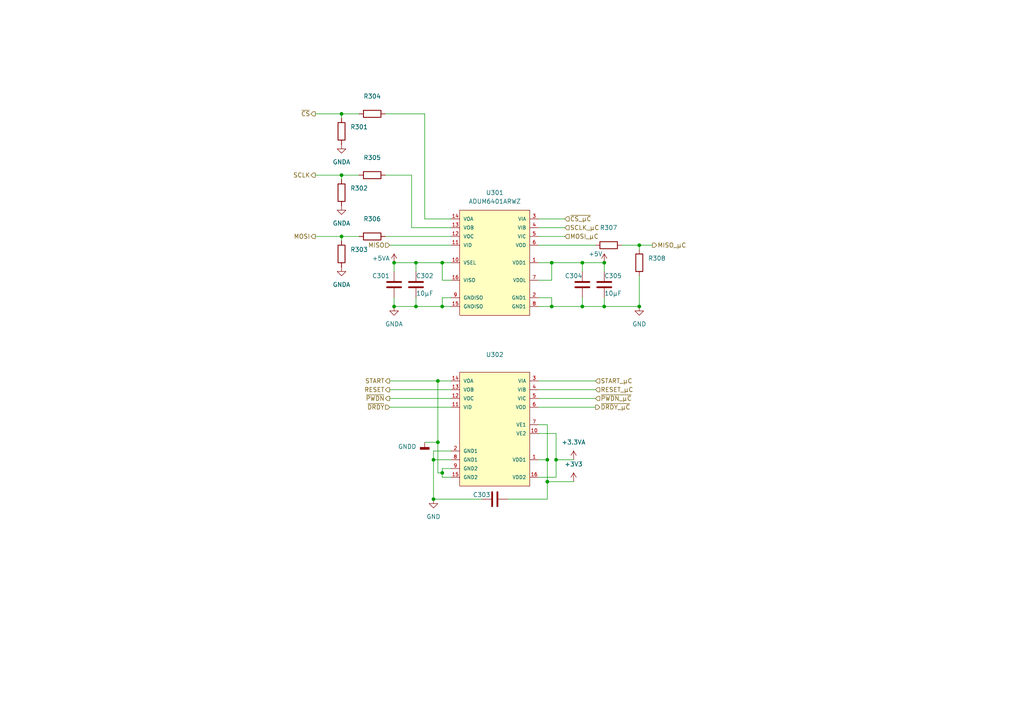
<source format=kicad_sch>
(kicad_sch (version 20211123) (generator eeschema)
  (paper "A4")
  (title_block (title "ISOLATION INTERFACE") (date "2022-05-01") (rev "A"))
  (lib_symbols
    (symbol "Device:C" (pin_numbers hide) (pin_names (offset 0.254))
      (property "Reference" "C" (at 0.635 2.54 0))
      (property "Value" "C" (at 0.635 -2.54 0))
      (symbol "C_0_1"
        (polyline (pts (xy -2.032 -0.762) (xy 2.032 -0.762)) (stroke (width 0.508)))
        (polyline (pts (xy -2.032 0.762) (xy 2.032 0.762)) (stroke (width 0.508)))
      )
      (symbol "C_1_1"
        (pin passive line (at 0 3.81 270) (length 2.794) (name "~") (number "1"))
        (pin passive line (at 0 -3.81 90) (length 2.794) (name "~") (number "2"))
      )
    )
    (symbol "Device:R" (pin_numbers hide) (pin_names (offset 0))
      (property "Reference" "R" (at 2.032 0 90))
      (property "Value" "R" (at 0 0 90))
      (symbol "R_0_1"
        (rectangle (start -1.016 -2.54) (end 1.016 2.54) (stroke (width 0.254)))
      )
      (symbol "R_1_1"
        (pin passive line (at 0 3.81 270) (length 1.27) (name "~") (number "1"))
        (pin passive line (at 0 -3.81 90) (length 1.27) (name "~") (number "2"))
      )
    )
    (symbol "adum2401:ADUM2401BRWZ" (pin_names (offset 1.016))
      (property "Reference" "U" (at 0 5.08 0))
      (property "Value" "ADUM2401BRWZ" (at 0 7.62 0))
      (symbol "ADUM2401BRWZ_1_1"
        (rectangle (start 5.08 2.54) (end 25.4 -30.48) (fill (type background)))
        (pin power_in line (at 2.54 -22.86 0) (length 2.54) (name "VDD1") (number "1"))
        (pin input line (at 2.54 -15.24 0) (length 2.54) (name "VE2") (number "10"))
        (pin input line (at 27.94 -7.62 180) (length 2.54) (name "VID") (number "11"))
        (pin unspecified line (at 27.94 -5.08 180) (length 2.54) (name "VOC") (number "12"))
        (pin unspecified line (at 27.94 -2.54 180) (length 2.54) (name "VOB") (number "13"))
        (pin unspecified line (at 27.94 0 180) (length 2.54) (name "VOA") (number "14"))
        (pin power_in line (at 27.94 -27.94 180) (length 2.54) (name "GND2") (number "15"))
        (pin power_in line (at 2.54 -27.94 0) (length 2.54) (name "VDD2") (number "16"))
        (pin power_in line (at 27.94 -20.32 180) (length 2.54) (name "GND1") (number "2"))
        (pin input line (at 2.54 0 0) (length 2.54) (name "VIA") (number "3"))
        (pin input line (at 2.54 -2.54 0) (length 2.54) (name "VIB") (number "4"))
        (pin input line (at 2.54 -5.08 0) (length 2.54) (name "VIC") (number "5"))
        (pin unspecified line (at 2.54 -7.62 0) (length 2.54) (name "VOD") (number "6"))
        (pin input line (at 2.54 -12.7 0) (length 2.54) (name "VE1") (number "7"))
        (pin power_in line (at 27.94 -22.86 180) (length 2.54) (name "GND1") (number "8"))
        (pin power_in line (at 27.94 -25.4 180) (length 2.54) (name "GND2") (number "9"))
      )
    )
    (symbol "eec1:ADUM6401ARWZ" (pin_names (offset 1.016))
      (property "Reference" "U" (at 0 5.08 0))
      (property "Value" "ADUM6401ARWZ" (at 0 7.62 0))
      (symbol "ADUM6401ARWZ_1_1"
        (rectangle (start 5.08 2.54) (end 25.4 -27.94) (fill (type background)))
        (pin power_in line (at 2.54 -12.7 0) (length 2.54) (name "VDD1") (number "1"))
        (pin input line (at 27.94 -12.7 180) (length 2.54) (name "VSEL") (number "10"))
        (pin input line (at 27.94 -7.62 180) (length 2.54) (name "VID") (number "11"))
        (pin unspecified line (at 27.94 -5.08 180) (length 2.54) (name "VOC") (number "12"))
        (pin unspecified line (at 27.94 -2.54 180) (length 2.54) (name "VOB") (number "13"))
        (pin unspecified line (at 27.94 0 180) (length 2.54) (name "VOA") (number "14"))
        (pin power_in line (at 27.94 -25.4 180) (length 2.54) (name "GNDISO") (number "15"))
        (pin power_in line (at 27.94 -17.78 180) (length 2.54) (name "VISO") (number "16"))
        (pin power_in line (at 2.54 -22.86 0) (length 2.54) (name "GND1") (number "2"))
        (pin input line (at 2.54 0 0) (length 2.54) (name "VIA") (number "3"))
        (pin input line (at 2.54 -2.54 0) (length 2.54) (name "VIB") (number "4"))
        (pin input line (at 2.54 -5.08 0) (length 2.54) (name "VIC") (number "5"))
        (pin unspecified line (at 2.54 -7.62 0) (length 2.54) (name "VOD") (number "6"))
        (pin power_in line (at 2.54 -17.78 0) (length 2.54) (name "VDDL") (number "7"))
        (pin power_in line (at 2.54 -25.4 0) (length 2.54) (name "GND1") (number "8"))
        (pin power_in line (at 27.94 -22.86 180) (length 2.54) (name "GNDISO") (number "9"))
      )
    )
    (symbol "power:+3.3V" (power) (pin_names (offset 0))
      (property "Value" "+3.3V" (at 0 3.556 0))
      (symbol "+3.3V_0_1"
        (polyline (pts (xy -0.762 1.27) (xy 0 2.54)))
        (polyline (pts (xy 0 0) (xy 0 2.54)))
        (polyline (pts (xy 0 2.54) (xy 0.762 1.27)))
      )
      (symbol "+3.3V_1_1"
        (pin power_in line (at 0 0 90) (length 0) hide (name "+3V3") (number "1"))
      )
    )
    (symbol "power:+3.3VA" (power) (pin_names (offset 0))
      (property "Value" "+3.3VA" (at 0 3.556 0))
      (symbol "+3.3VA_0_1"
        (polyline (pts (xy -0.762 1.27) (xy 0 2.54)))
        (polyline (pts (xy 0 0) (xy 0 2.54)))
        (polyline (pts (xy 0 2.54) (xy 0.762 1.27)))
      )
      (symbol "+3.3VA_1_1"
        (pin power_in line (at 0 0 90) (length 0) hide (name "+3.3VA") (number "1"))
      )
    )
    (symbol "power:+5V" (power) (pin_names (offset 0))
      (property "Value" "+5V" (at 0 3.556 0))
      (symbol "+5V_0_1"
        (polyline (pts (xy -0.762 1.27) (xy 0 2.54)))
        (polyline (pts (xy 0 0) (xy 0 2.54)))
        (polyline (pts (xy 0 2.54) (xy 0.762 1.27)))
      )
      (symbol "+5V_1_1"
        (pin power_in line (at 0 0 90) (length 0) hide (name "+5V") (number "1"))
      )
    )
    (symbol "power:+5VA" (power) (pin_names (offset 0))
      (property "Value" "+5VA" (at 0 3.556 0))
      (symbol "+5VA_0_1"
        (polyline (pts (xy -0.762 1.27) (xy 0 2.54)))
        (polyline (pts (xy 0 0) (xy 0 2.54)))
        (polyline (pts (xy 0 2.54) (xy 0.762 1.27)))
      )
      (symbol "+5VA_1_1"
        (pin power_in line (at 0 0 90) (length 0) hide (name "+5VA") (number "1"))
      )
    )
    (symbol "power:GND" (power) (pin_names (offset 0))
      (property "Value" "GND" (at 0 -3.81 0))
      (symbol "GND_0_1"
        (polyline (pts (xy 0 0) (xy 0 -1.27) (xy 1.27 -1.27) (xy 0 -2.54) (xy -1.27 -1.27) (xy 0 -1.27)))
      )
      (symbol "GND_1_1"
        (pin power_in line (at 0 0 270) (length 0) hide (name "GND") (number "1"))
      )
    )
    (symbol "power:GNDA" (power) (pin_names (offset 0))
      (property "Value" "GNDA" (at 0 -3.81 0))
      (symbol "GNDA_0_1"
        (polyline (pts (xy 0 0) (xy 0 -1.27) (xy 1.27 -1.27) (xy 0 -2.54) (xy -1.27 -1.27) (xy 0 -1.27)))
      )
      (symbol "GNDA_1_1"
        (pin power_in line (at 0 0 270) (length 0) hide (name "GNDA") (number "1"))
      )
    )
    (symbol "power:GNDD" (power) (pin_names (offset 0))
      (property "Value" "GNDD" (at 0 -3.175 0))
      (symbol "GNDD_0_1"
        (rectangle (start -1.27 -1.524) (end 1.27 -2.032) (stroke (width 0.254)) (fill (type outline)))
        (polyline (pts (xy 0 0) (xy 0 -1.524)))
      )
      (symbol "GNDD_1_1"
        (pin power_in line (at 0 0 270) (length 0) hide (name "GNDD") (number "1"))
      )
    )
  )
  (junction (at 127 128.27))
  (junction (at 99.06 50.8))
  (junction (at 128.27 88.9))
  (junction (at 161.29 133.35))
  (junction (at 158.75 133.35))
  (junction (at 120.65 76.2))
  (junction (at 99.06 33.02))
  (junction (at 175.26 88.9))
  (junction (at 125.73 144.78))
  (junction (at 128.27 76.2))
  (junction (at 160.02 76.2))
  (junction (at 99.06 68.58))
  (junction (at 185.42 88.9))
  (junction (at 185.42 71.12))
  (junction (at 128.27 137.16))
  (junction (at 160.02 88.9))
  (junction (at 168.91 88.9))
  (junction (at 127 110.49))
  (junction (at 158.75 139.7))
  (junction (at 168.91 76.2))
  (junction (at 114.3 76.2))
  (junction (at 120.65 88.9))
  (junction (at 125.73 133.35))
  (junction (at 114.3 88.9))
  (junction (at 175.26 76.2))
  (wire (pts (xy 128.27 137.16) (xy 127 137.16)))
  (wire (pts (xy 125.73 144.78) (xy 139.7 144.78)))
  (wire (pts (xy 156.21 88.9) (xy 160.02 88.9)))
  (wire (pts (xy 111.76 68.58) (xy 130.81 68.58)))
  (wire (pts (xy 158.75 139.7) (xy 158.75 133.35)))
  (wire (pts (xy 175.26 88.9) (xy 168.91 88.9)))
  (wire (pts (xy 123.19 128.27) (xy 127 128.27)))
  (wire (pts (xy 185.42 71.12) (xy 180.34 71.12)))
  (wire (pts (xy 156.21 63.5) (xy 163.83 63.5)))
  (wire (pts (xy 185.42 71.12) (xy 189.23 71.12)))
  (wire (pts (xy 128.27 137.16) (xy 128.27 135.89)))
  (wire (pts (xy 156.21 133.35) (xy 158.75 133.35)))
  (wire (pts (xy 175.26 86.36) (xy 175.26 88.9)))
  (wire (pts (xy 128.27 138.43) (xy 128.27 137.16)))
  (wire (pts (xy 128.27 81.28) (xy 130.81 81.28)))
  (wire (pts (xy 130.81 76.2) (xy 128.27 76.2)))
  (wire (pts (xy 128.27 86.36) (xy 128.27 88.9)))
  (wire (pts (xy 147.32 144.78) (xy 158.75 144.78)))
  (wire (pts (xy 160.02 88.9) (xy 168.91 88.9)))
  (wire (pts (xy 156.21 81.28) (xy 160.02 81.28)))
  (wire (pts (xy 114.3 86.36) (xy 114.3 88.9)))
  (wire (pts (xy 113.03 118.11) (xy 130.81 118.11)))
  (wire (pts (xy 119.38 50.8) (xy 119.38 66.04)))
  (wire (pts (xy 128.27 76.2) (xy 128.27 81.28)))
  (wire (pts (xy 91.44 50.8) (xy 99.06 50.8)))
  (wire (pts (xy 127 110.49) (xy 127 128.27)))
  (wire (pts (xy 185.42 80.01) (xy 185.42 88.9)))
  (wire (pts (xy 125.73 133.35) (xy 125.73 144.78)))
  (wire (pts (xy 120.65 86.36) (xy 120.65 88.9)))
  (wire (pts (xy 120.65 88.9) (xy 114.3 88.9)))
  (wire (pts (xy 161.29 138.43) (xy 156.21 138.43)))
  (wire (pts (xy 156.21 110.49) (xy 172.72 110.49)))
  (wire (pts (xy 99.06 50.8) (xy 99.06 52.07)))
  (wire (pts (xy 128.27 88.9) (xy 130.81 88.9)))
  (wire (pts (xy 130.81 110.49) (xy 127 110.49)))
  (wire (pts (xy 160.02 86.36) (xy 160.02 88.9)))
  (wire (pts (xy 160.02 76.2) (xy 160.02 81.28)))
  (wire (pts (xy 123.19 63.5) (xy 130.81 63.5)))
  (wire (pts (xy 127 128.27) (xy 127 137.16)))
  (wire (pts (xy 168.91 76.2) (xy 168.91 78.74)))
  (wire (pts (xy 158.75 144.78) (xy 158.75 139.7)))
  (wire (pts (xy 120.65 76.2) (xy 114.3 76.2)))
  (wire (pts (xy 156.21 115.57) (xy 172.72 115.57)))
  (wire (pts (xy 156.21 68.58) (xy 163.83 68.58)))
  (wire (pts (xy 168.91 86.36) (xy 168.91 88.9)))
  (wire (pts (xy 185.42 71.12) (xy 185.42 72.39)))
  (wire (pts (xy 158.75 123.19) (xy 156.21 123.19)))
  (wire (pts (xy 111.76 50.8) (xy 119.38 50.8)))
  (wire (pts (xy 160.02 76.2) (xy 168.91 76.2)))
  (wire (pts (xy 156.21 86.36) (xy 160.02 86.36)))
  (wire (pts (xy 113.03 113.03) (xy 130.81 113.03)))
  (wire (pts (xy 91.44 68.58) (xy 99.06 68.58)))
  (wire (pts (xy 99.06 68.58) (xy 99.06 69.85)))
  (wire (pts (xy 113.03 115.57) (xy 130.81 115.57)))
  (wire (pts (xy 91.44 33.02) (xy 99.06 33.02)))
  (wire (pts (xy 161.29 125.73) (xy 161.29 133.35)))
  (wire (pts (xy 156.21 125.73) (xy 161.29 125.73)))
  (wire (pts (xy 113.03 110.49) (xy 127 110.49)))
  (wire (pts (xy 111.76 33.02) (xy 123.19 33.02)))
  (wire (pts (xy 99.06 68.58) (xy 104.14 68.58)))
  (wire (pts (xy 158.75 123.19) (xy 158.75 133.35)))
  (wire (pts (xy 114.3 76.2) (xy 114.3 78.74)))
  (wire (pts (xy 113.03 71.12) (xy 130.81 71.12)))
  (wire (pts (xy 175.26 88.9) (xy 185.42 88.9)))
  (wire (pts (xy 156.21 66.04) (xy 163.83 66.04)))
  (wire (pts (xy 99.06 33.02) (xy 104.14 33.02)))
  (wire (pts (xy 158.75 139.7) (xy 166.37 139.7)))
  (wire (pts (xy 156.21 113.03) (xy 172.72 113.03)))
  (wire (pts (xy 99.06 50.8) (xy 104.14 50.8)))
  (wire (pts (xy 120.65 76.2) (xy 120.65 78.74)))
  (wire (pts (xy 175.26 78.74) (xy 175.26 76.2)))
  (wire (pts (xy 130.81 138.43) (xy 128.27 138.43)))
  (wire (pts (xy 156.21 71.12) (xy 172.72 71.12)))
  (wire (pts (xy 175.26 76.2) (xy 168.91 76.2)))
  (wire (pts (xy 120.65 88.9) (xy 128.27 88.9)))
  (wire (pts (xy 130.81 86.36) (xy 128.27 86.36)))
  (wire (pts (xy 125.73 130.81) (xy 125.73 133.35)))
  (wire (pts (xy 130.81 133.35) (xy 125.73 133.35)))
  (wire (pts (xy 123.19 33.02) (xy 123.19 63.5)))
  (wire (pts (xy 130.81 135.89) (xy 128.27 135.89)))
  (wire (pts (xy 161.29 133.35) (xy 161.29 138.43)))
  (wire (pts (xy 99.06 33.02) (xy 99.06 34.29)))
  (wire (pts (xy 119.38 66.04) (xy 130.81 66.04)))
  (wire (pts (xy 156.21 76.2) (xy 160.02 76.2)))
  (wire (pts (xy 161.29 133.35) (xy 166.37 133.35)))
  (wire (pts (xy 128.27 76.2) (xy 120.65 76.2)))
  (wire (pts (xy 156.21 118.11) (xy 172.72 118.11)))
  (wire (pts (xy 130.81 130.81) (xy 125.73 130.81)))
  (hierarchical_label "RESET" (shape output) (at 113.03 113.03 180))
  (hierarchical_label "SCLK_µC" (shape input) (at 163.83 66.04 0))
  (hierarchical_label "MOSI_µC" (shape input) (at 163.83 68.58 0))
  (hierarchical_label "~{CS_µC}" (shape input) (at 163.83 63.5 0))
  (hierarchical_label "START_µC" (shape input) (at 172.72 110.49 0))
  (hierarchical_label "SCLK" (shape output) (at 91.44 50.8 180))
  (hierarchical_label "~{CS}" (shape output) (at 91.44 33.02 180))
  (hierarchical_label "~{PWDN}" (shape output) (at 113.03 115.57 180))
  (hierarchical_label "MISO_µC" (shape output) (at 189.23 71.12 0))
  (hierarchical_label "START" (shape output) (at 113.03 110.49 180))
  (hierarchical_label "RESET_µC" (shape input) (at 172.72 113.03 0))
  (hierarchical_label "~{PWDN_µC}" (shape input) (at 172.72 115.57 0))
  (hierarchical_label "MOSI" (shape output) (at 91.44 68.58 180))
  (hierarchical_label "~{DRDY_µC}" (shape output) (at 172.72 118.11 0))
  (hierarchical_label "MISO" (shape input) (at 113.03 71.12 180))
  (hierarchical_label "~{DRDY}" (shape input) (at 113.03 118.11 180))
  (symbol (lib_id "power:+3.3V") (at 166.37 139.7 0) (unit 1)
    (property "Reference" "#PWR0309" (effects hide))
  )
  (symbol (lib_id "eec1:ADUM6401ARWZ") (at 158.75 63.5 0) (mirror y) (unit 1)
    (property "Reference" "U301" (at 143.51 55.88 0))
    (property "Value" "ADUM6401ARWZ" (at 143.51 58.42 0))
    (property "Footprint" "Analog_Devices-ADUM6401ARWZ-*" (effects hide))
    (property "Datasheet" "http://www.analog.com/static/imported-files/data_sheets/ADuM6400_6401_6402_6403_6404.pdf" (effects hide))
    (property "Code  JEDEC" "MS-013-AA" (effects hide))
    (property "Component Link 1 Description" "Manufacturer URL" (effects hide))
    (property "Component Link 1 URL" "http://www.analog.com/en/index.html" (effects hide))
    (property "Component Link 3 Description" "Package Specification" (effects hide))
    (property "Component Link 3 URL" "http://www.analog.com/static/imported-files/packages/PKG_PDF/SOIC_WIDE%20%28RW%29/RW_16.pdf" (effects hide))
    (property "Datasheet Version" "Rev. A" (effects hide))
    (property "Insulation Rating kVrms" "5" (effects hide))
    (property "Max Data Rate" "1Mbps" (effects hide))
    (property "Max Operating Temp degreesC" "105" (effects hide))
    (property "Mounting Technology" "Surface Mount" (effects hide))
    (property "Package Description" "16-Pin Standard Small Outline Package, Body 10.3 x 7.5 mm, Pitch 1.27 mm" (effects hide))
    (property "Package Version" "032707-B, 03/2007" (effects hide))
    (property "Prop Delay" "100ns" (effects hide))
    (property "category" "IC" (effects hide))
    (property "ciiva ids" "19302563" (effects hide))
    (property "library id" "653a4941f41684ca" (effects hide))
    (property "manufacturer" "Analog Devices" (effects hide))
    (property "package" "RW-16" (effects hide))
    (property "release date" "1391072586" (effects hide))
    (property "vault revision" "8A1DA59B-4401-4DEE-BFDD-FBA987B840C6" (effects hide))
    (property "imported" "yes" (effects hide))
  )
  (symbol (lib_id "Device:C") (at 168.91 82.55 0) (unit 1)
    (property "Reference" "C304" (at 166.37 80.01 0))
    (property "Footprint" "Capacitor_SMD:C_0201_0603Metric_Pad0.64x0.40mm_HandSolder" (effects hide))
  )
  (symbol (lib_id "power:GND") (at 125.73 144.78 0) (unit 1)
    (property "Reference" "#PWR0307" (effects hide))
  )
  (symbol (lib_id "Device:C") (at 114.3 82.55 0) (unit 1)
    (property "Reference" "C301" (at 110.49 80.01 0))
    (property "Footprint" "Capacitor_SMD:C_0201_0603Metric_Pad0.64x0.40mm_HandSolder" (effects hide))
  )
  (symbol (lib_id "Device:R") (at 107.95 33.02 270) (unit 1)
    (property "Reference" "R304" (at 107.95 27.94 90))
  )
  (symbol (lib_id "Device:R") (at 99.06 73.66 0) (unit 1)
    (property "Reference" "R303" (at 101.6 72.3899 0) (effects (justify left)))
  )
  (symbol (lib_id "Device:C") (at 120.65 82.55 0) (unit 1)
    (property "Reference" "C302" (at 123.19 80.01 0))
    (property "Value" "10µF" (at 123.19 85.09 0))
    (property "Footprint" "Capacitor_SMD:C_0201_0603Metric_Pad0.64x0.40mm_HandSolder" (effects hide))
  )
  (symbol (lib_id "Device:C") (at 143.51 144.78 90) (mirror x) (unit 1)
    (property "Reference" "C303" (at 139.7 143.51 90))
    (property "Footprint" "Capacitor_SMD:C_0201_0603Metric_Pad0.64x0.40mm_HandSolder" (effects hide))
  )
  (symbol (lib_id "Device:R") (at 107.95 68.58 270) (unit 1)
    (property "Reference" "R306" (at 107.95 63.5 90))
  )
  (symbol (lib_id "power:+3.3VA") (at 166.37 133.35 0) (unit 1)
    (property "Reference" "#PWR0308" (effects hide))
  )
  (symbol (lib_id "Device:R") (at 99.06 38.1 0) (unit 1)
    (property "Reference" "R301" (at 101.6 36.8299 0) (effects (justify left)))
  )
  (symbol (lib_id "power:GND") (at 185.42 88.9 0) (unit 1)
    (property "Reference" "#PWR0311" (effects hide))
  )
  (symbol (lib_id "power:+5V") (at 175.26 76.2 0) (unit 1)
    (property "Reference" "#PWR0310" (effects hide))
  )
  (symbol (lib_id "power:GNDA") (at 99.06 59.69 0) (unit 1)
    (property "Reference" "#PWR0302" (effects hide))
  )
  (symbol (lib_id "Device:R") (at 185.42 76.2 0) (mirror y) (unit 1)
    (property "Reference" "R308" (at 187.96 74.9299 0) (effects (justify right)))
  )
  (symbol (lib_id "power:GNDA") (at 114.3 88.9 0) (unit 1)
    (property "Reference" "#PWR0305" (effects hide))
  )
  (symbol (lib_id "adum2401:ADUM2401BRWZ") (at 158.75 110.49 0) (mirror y) (unit 1)
    (property "Reference" "U302" (at 143.51 102.87 0))
    (property "Datasheet" "http://www.analog.com/static/imported-files/data_sheets/ADuM2400_2401_2402.pdf" (effects hide))
    (property "Code  JEDEC" "MS-013-AA" (effects hide))
    (property "Component Link 1 Description" "Manufacturer URL" (effects hide))
    (property "Component Link 1 URL" "http://www.analog.com/en/index.html" (effects hide))
    (property "Component Link 3 Description" "Package Specification" (effects hide))
    (property "Component Link 3 URL" "http://www.analog.com/static/imported-files/packages/PKG_PDF/SOIC_WIDE%20%28RW%29/RW_16.pdf" (effects hide))
    (property "Component Link 4 Description" "URL Link1" (effects hide))
    (property "Component Link 4 URL" "Product URL:http://www.analog.com/en/interface-isolation/digital-isolators/adum2401/products/product.html" (effects hide))
    (property "Datasheet Version" "10-12-2010-A" (effects hide))
    (property "Insulation Rating kVrms" "5" (effects hide))
    (property "Max Data Rate" "10Mbps" (effects hide))
    (property "Max Operating Temp degreesC" "105" (effects hide))
    (property "Mounting Technology" "Surface Mount" (effects hide))
    (property "Package Description" "16-Pin Standard Small Outline Package, Body 10.3 x 7.5 mm, Pitch 1.27 mm" (effects hide))
    (property "Package Version" "032707-B, 03/2007" (effects hide))
    (property "category" "IC" (effects hide))
    (property "ciiva ids" "17503722" (effects hide))
    (property "library id" "c079f2af0ae45ed9" (effects hide))
    (property "manufacturer" "Analog Devices" (effects hide))
    (property "package" "RW-16" (effects hide))
    (property "release date" "1391072414" (effects hide))
    (property "vault revision" "42D03A6A-0B16-438F-ABCE-C7978322784B" (effects hide))
    (property "imported" "yes" (effects hide))
  )
  (symbol (lib_id "power:GNDA") (at 99.06 77.47 0) (unit 1)
    (property "Reference" "#PWR0303" (effects hide))
  )
  (symbol (lib_id "power:GNDD") (at 123.19 128.27 0) (unit 1)
    (property "Reference" "#PWR0306" (effects hide))
  )
  (symbol (lib_id "Device:R") (at 176.53 71.12 90) (mirror x) (unit 1)
    (property "Reference" "R307" (at 176.53 66.04 90))
  )
  (symbol (lib_id "power:+5VA") (at 114.3 76.2 0) (unit 1)
    (property "Reference" "#PWR0304" (effects hide))
  )
  (symbol (lib_id "Device:R") (at 99.06 55.88 0) (unit 1)
    (property "Reference" "R302" (at 101.6 54.6099 0) (effects (justify left)))
  )
  (symbol (lib_id "Device:R") (at 107.95 50.8 270) (unit 1)
    (property "Reference" "R305" (at 107.95 45.72 90))
  )
  (symbol (lib_id "power:GNDA") (at 99.06 41.91 0) (unit 1)
    (property "Reference" "#PWR0301" (effects hide))
  )
  (symbol (lib_id "Device:C") (at 175.26 82.55 0) (unit 1)
    (property "Reference" "C305" (at 177.8 80.01 0))
    (property "Value" "10µF" (at 177.8 85.09 0))
    (property "Footprint" "Capacitor_SMD:C_0201_0603Metric_Pad0.64x0.40mm_HandSolder" (effects hide))
  )
)
</source>
